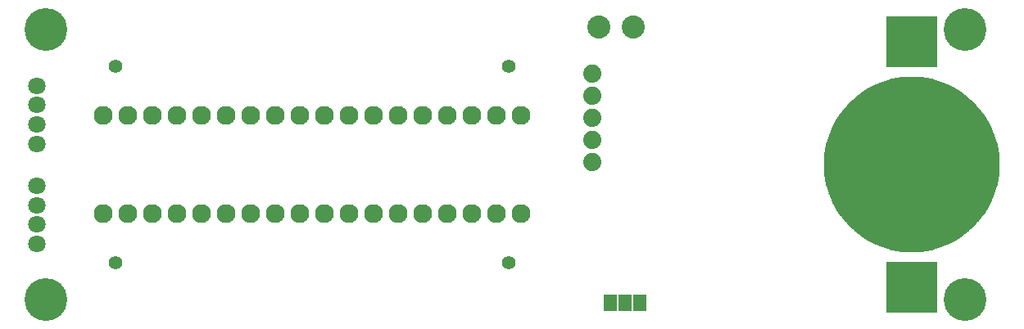
<source format=gbs>
G75*
%MOIN*%
%OFA0B0*%
%FSLAX25Y25*%
%IPPOS*%
%LPD*%
%AMOC8*
5,1,8,0,0,1.08239X$1,22.5*
%
%ADD10C,0.09400*%
%ADD11C,0.07700*%
%ADD12C,0.05524*%
%ADD13R,0.05400X0.07100*%
%ADD14R,0.16800X0.16800*%
%ADD15R,0.20800X0.20800*%
%ADD16C,0.00500*%
%ADD17C,0.07099*%
%ADD18C,0.07400*%
%ADD19C,0.17398*%
D10*
X0270863Y0185293D03*
X0284642Y0185293D03*
D11*
X0238934Y0149128D03*
X0228934Y0149128D03*
X0218934Y0149128D03*
X0208934Y0149128D03*
X0198934Y0149128D03*
X0188934Y0149128D03*
X0178934Y0149128D03*
X0168934Y0149128D03*
X0158934Y0149128D03*
X0148934Y0149128D03*
X0138934Y0149128D03*
X0128934Y0149128D03*
X0118934Y0149128D03*
X0108934Y0149128D03*
X0098934Y0149128D03*
X0088934Y0149128D03*
X0078934Y0149128D03*
X0068934Y0149128D03*
X0068934Y0109128D03*
X0078934Y0109128D03*
X0088934Y0109128D03*
X0098934Y0109128D03*
X0108934Y0109128D03*
X0118934Y0109128D03*
X0128934Y0109128D03*
X0138934Y0109128D03*
X0148934Y0109128D03*
X0158934Y0109128D03*
X0168934Y0109128D03*
X0178934Y0109128D03*
X0188934Y0109128D03*
X0198934Y0109128D03*
X0208934Y0109128D03*
X0218934Y0109128D03*
X0228934Y0109128D03*
X0238934Y0109128D03*
D12*
X0233934Y0089128D03*
X0233934Y0169128D03*
X0073934Y0169128D03*
X0073934Y0089128D03*
D13*
X0275406Y0072876D03*
X0281406Y0072876D03*
X0287406Y0072876D03*
D14*
X0398028Y0129159D03*
D15*
X0398028Y0179159D03*
X0398028Y0079159D03*
D16*
X0398028Y0093726D02*
X0394061Y0093949D01*
X0390144Y0094614D01*
X0386325Y0095714D01*
X0382654Y0097235D01*
X0379177Y0099157D01*
X0375936Y0101456D01*
X0372973Y0104104D01*
X0370326Y0107067D01*
X0368026Y0110308D01*
X0366104Y0113785D01*
X0364584Y0117456D01*
X0363484Y0121275D01*
X0362818Y0125192D01*
X0362595Y0129159D01*
X0362818Y0133126D01*
X0363484Y0137044D01*
X0364584Y0140862D01*
X0366104Y0144533D01*
X0368026Y0148011D01*
X0370326Y0151251D01*
X0372973Y0154214D01*
X0375936Y0156862D01*
X0379177Y0159161D01*
X0382654Y0161083D01*
X0386325Y0162604D01*
X0390144Y0163704D01*
X0394061Y0164369D01*
X0398028Y0164592D01*
X0401995Y0164369D01*
X0405913Y0163704D01*
X0409731Y0162604D01*
X0413402Y0161083D01*
X0416880Y0159161D01*
X0420120Y0156862D01*
X0423083Y0154214D01*
X0425731Y0151251D01*
X0428030Y0148011D01*
X0429952Y0144533D01*
X0431473Y0140862D01*
X0432573Y0137044D01*
X0433238Y0133126D01*
X0433461Y0129159D01*
X0433238Y0125192D01*
X0432573Y0121275D01*
X0431473Y0117456D01*
X0429952Y0113785D01*
X0428030Y0110308D01*
X0425731Y0107067D01*
X0423083Y0104104D01*
X0420120Y0101456D01*
X0416880Y0099157D01*
X0413402Y0097235D01*
X0409731Y0095714D01*
X0405913Y0094614D01*
X0401995Y0093949D01*
X0398028Y0093726D01*
X0392666Y0094186D02*
X0403390Y0094186D01*
X0406155Y0094684D02*
X0389901Y0094684D01*
X0388171Y0095183D02*
X0407886Y0095183D01*
X0409616Y0095681D02*
X0386440Y0095681D01*
X0385202Y0096180D02*
X0410855Y0096180D01*
X0412058Y0096678D02*
X0383998Y0096678D01*
X0382795Y0097177D02*
X0413262Y0097177D01*
X0414199Y0097675D02*
X0381858Y0097675D01*
X0380956Y0098174D02*
X0415101Y0098174D01*
X0416003Y0098672D02*
X0380054Y0098672D01*
X0379157Y0099171D02*
X0416899Y0099171D01*
X0417602Y0099669D02*
X0378455Y0099669D01*
X0377752Y0100168D02*
X0418304Y0100168D01*
X0419007Y0100666D02*
X0377049Y0100666D01*
X0376347Y0101165D02*
X0419710Y0101165D01*
X0420352Y0101663D02*
X0375704Y0101663D01*
X0375147Y0102162D02*
X0420910Y0102162D01*
X0421468Y0102660D02*
X0374589Y0102660D01*
X0374031Y0103159D02*
X0422026Y0103159D01*
X0422583Y0103658D02*
X0373473Y0103658D01*
X0372927Y0104156D02*
X0423130Y0104156D01*
X0423575Y0104655D02*
X0372481Y0104655D01*
X0372036Y0105153D02*
X0424021Y0105153D01*
X0424466Y0105652D02*
X0371590Y0105652D01*
X0371145Y0106150D02*
X0424912Y0106150D01*
X0425357Y0106649D02*
X0370699Y0106649D01*
X0370269Y0107147D02*
X0425788Y0107147D01*
X0426141Y0107646D02*
X0369915Y0107646D01*
X0369561Y0108144D02*
X0426495Y0108144D01*
X0426849Y0108643D02*
X0369208Y0108643D01*
X0368854Y0109141D02*
X0427203Y0109141D01*
X0427556Y0109640D02*
X0368500Y0109640D01*
X0368146Y0110138D02*
X0427910Y0110138D01*
X0428212Y0110637D02*
X0367844Y0110637D01*
X0367569Y0111135D02*
X0428488Y0111135D01*
X0428763Y0111634D02*
X0367293Y0111634D01*
X0367018Y0112132D02*
X0429039Y0112132D01*
X0429314Y0112631D02*
X0366742Y0112631D01*
X0366467Y0113129D02*
X0429590Y0113129D01*
X0429865Y0113628D02*
X0366191Y0113628D01*
X0365963Y0114126D02*
X0430094Y0114126D01*
X0430300Y0114625D02*
X0365756Y0114625D01*
X0365550Y0115123D02*
X0430507Y0115123D01*
X0430713Y0115622D02*
X0365343Y0115622D01*
X0365137Y0116120D02*
X0430919Y0116120D01*
X0431126Y0116619D02*
X0364930Y0116619D01*
X0364724Y0117117D02*
X0431332Y0117117D01*
X0431519Y0117616D02*
X0364538Y0117616D01*
X0364394Y0118114D02*
X0431662Y0118114D01*
X0431806Y0118613D02*
X0364250Y0118613D01*
X0364107Y0119111D02*
X0431950Y0119111D01*
X0432093Y0119610D02*
X0363963Y0119610D01*
X0363819Y0120108D02*
X0432237Y0120108D01*
X0432381Y0120607D02*
X0363676Y0120607D01*
X0363532Y0121105D02*
X0432524Y0121105D01*
X0432629Y0121604D02*
X0363428Y0121604D01*
X0363343Y0122102D02*
X0432714Y0122102D01*
X0432798Y0122601D02*
X0363258Y0122601D01*
X0363173Y0123099D02*
X0432883Y0123099D01*
X0432968Y0123598D02*
X0363089Y0123598D01*
X0363004Y0124096D02*
X0433052Y0124096D01*
X0433137Y0124595D02*
X0362919Y0124595D01*
X0362835Y0125094D02*
X0433222Y0125094D01*
X0433261Y0125592D02*
X0362795Y0125592D01*
X0362767Y0126091D02*
X0433289Y0126091D01*
X0433317Y0126589D02*
X0362739Y0126589D01*
X0362711Y0127088D02*
X0433345Y0127088D01*
X0433373Y0127586D02*
X0362683Y0127586D01*
X0362655Y0128085D02*
X0433401Y0128085D01*
X0433429Y0128583D02*
X0362627Y0128583D01*
X0362599Y0129082D02*
X0433457Y0129082D01*
X0433438Y0129580D02*
X0362619Y0129580D01*
X0362647Y0130079D02*
X0433410Y0130079D01*
X0433382Y0130577D02*
X0362675Y0130577D01*
X0362703Y0131076D02*
X0433354Y0131076D01*
X0433326Y0131574D02*
X0362731Y0131574D01*
X0362759Y0132073D02*
X0433298Y0132073D01*
X0433270Y0132571D02*
X0362787Y0132571D01*
X0362815Y0133070D02*
X0433242Y0133070D01*
X0433163Y0133568D02*
X0362893Y0133568D01*
X0362978Y0134067D02*
X0433079Y0134067D01*
X0432994Y0134565D02*
X0363062Y0134565D01*
X0363147Y0135064D02*
X0432909Y0135064D01*
X0432825Y0135562D02*
X0363232Y0135562D01*
X0363317Y0136061D02*
X0432740Y0136061D01*
X0432655Y0136559D02*
X0363401Y0136559D01*
X0363488Y0137058D02*
X0432569Y0137058D01*
X0432425Y0137556D02*
X0363631Y0137556D01*
X0363775Y0138055D02*
X0432282Y0138055D01*
X0432138Y0138553D02*
X0363918Y0138553D01*
X0364062Y0139052D02*
X0431994Y0139052D01*
X0431851Y0139550D02*
X0364206Y0139550D01*
X0364349Y0140049D02*
X0431707Y0140049D01*
X0431564Y0140547D02*
X0364493Y0140547D01*
X0364660Y0141046D02*
X0431397Y0141046D01*
X0431190Y0141544D02*
X0364866Y0141544D01*
X0365073Y0142043D02*
X0430984Y0142043D01*
X0430777Y0142541D02*
X0365279Y0142541D01*
X0365486Y0143040D02*
X0430571Y0143040D01*
X0430364Y0143538D02*
X0365692Y0143538D01*
X0365899Y0144037D02*
X0430158Y0144037D01*
X0429951Y0144535D02*
X0366105Y0144535D01*
X0366381Y0145034D02*
X0429675Y0145034D01*
X0429400Y0145532D02*
X0366657Y0145532D01*
X0366932Y0146031D02*
X0429124Y0146031D01*
X0428849Y0146529D02*
X0367208Y0146529D01*
X0367483Y0147028D02*
X0428573Y0147028D01*
X0428298Y0147527D02*
X0367759Y0147527D01*
X0368036Y0148025D02*
X0428020Y0148025D01*
X0427666Y0148524D02*
X0368390Y0148524D01*
X0368744Y0149022D02*
X0427313Y0149022D01*
X0426959Y0149521D02*
X0369098Y0149521D01*
X0369451Y0150019D02*
X0426605Y0150019D01*
X0426252Y0150518D02*
X0369805Y0150518D01*
X0370159Y0151016D02*
X0425898Y0151016D01*
X0425496Y0151515D02*
X0370561Y0151515D01*
X0371006Y0152013D02*
X0425050Y0152013D01*
X0424605Y0152512D02*
X0371452Y0152512D01*
X0371897Y0153010D02*
X0424159Y0153010D01*
X0423714Y0153509D02*
X0372343Y0153509D01*
X0372788Y0154007D02*
X0423268Y0154007D01*
X0422757Y0154506D02*
X0373300Y0154506D01*
X0373857Y0155004D02*
X0422199Y0155004D01*
X0421641Y0155503D02*
X0374415Y0155503D01*
X0374973Y0156001D02*
X0421083Y0156001D01*
X0420526Y0156500D02*
X0375531Y0156500D01*
X0376128Y0156998D02*
X0419928Y0156998D01*
X0419226Y0157497D02*
X0376831Y0157497D01*
X0377533Y0157995D02*
X0418523Y0157995D01*
X0417820Y0158494D02*
X0378236Y0158494D01*
X0378939Y0158992D02*
X0417118Y0158992D01*
X0416283Y0159491D02*
X0379773Y0159491D01*
X0380675Y0159989D02*
X0415381Y0159989D01*
X0414479Y0160488D02*
X0381577Y0160488D01*
X0382479Y0160986D02*
X0413577Y0160986D01*
X0412432Y0161485D02*
X0383624Y0161485D01*
X0384827Y0161983D02*
X0411229Y0161983D01*
X0410025Y0162482D02*
X0386031Y0162482D01*
X0387632Y0162980D02*
X0408424Y0162980D01*
X0406694Y0163479D02*
X0389363Y0163479D01*
X0391754Y0163977D02*
X0404303Y0163977D01*
X0400099Y0164476D02*
X0395957Y0164476D01*
D17*
X0041926Y0161222D03*
X0041926Y0153348D03*
X0041926Y0145474D03*
X0041926Y0137600D03*
X0041926Y0120403D03*
X0041926Y0112529D03*
X0041926Y0104655D03*
X0041926Y0096781D03*
D18*
X0267918Y0130293D03*
X0267918Y0139293D03*
X0267918Y0148293D03*
X0267918Y0157293D03*
X0267918Y0166293D03*
D19*
X0045666Y0074041D03*
X0045666Y0184277D03*
X0419682Y0184277D03*
X0419682Y0074041D03*
M02*

</source>
